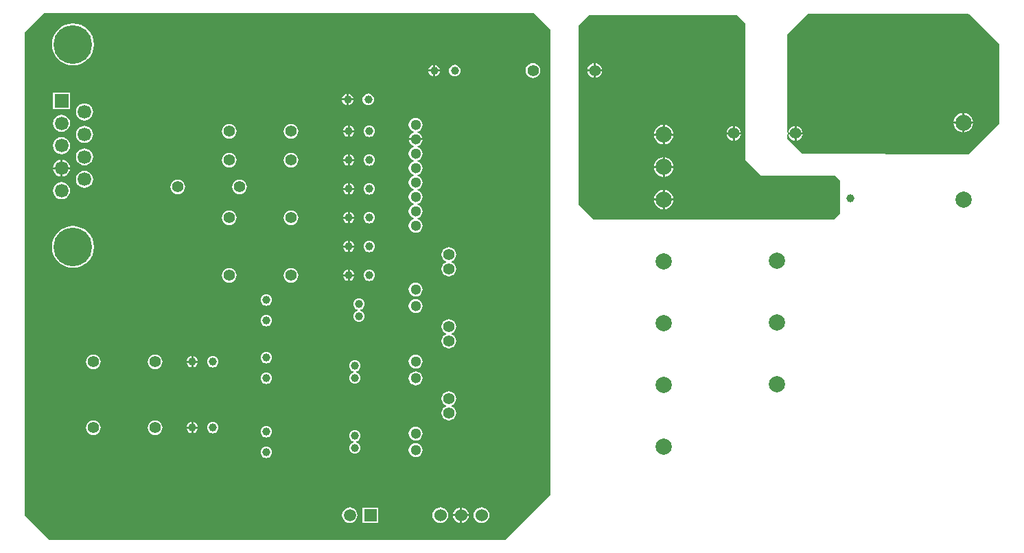
<source format=gbl>
%FSLAX44Y44*%
%MOMM*%
G71*
G01*
G75*
G04 Layer_Physical_Order=4*
G04 Layer_Color=16711680*
%ADD10C,0.2000*%
%ADD11C,0.4000*%
%ADD12C,0.3000*%
%ADD13C,1.3000*%
%ADD14C,1.4000*%
%ADD15C,2.0000*%
%ADD16C,1.6900*%
%ADD17R,1.6900X1.6900*%
%ADD18C,4.7600*%
%ADD19C,1.5240*%
%ADD20R,1.5000X1.5000*%
%ADD21C,1.5000*%
%ADD22C,1.0000*%
%ADD23C,1.0160*%
%ADD24R,1.6660X1.6660*%
%ADD25R,1.7160X1.7160*%
%ADD26O,1.6660X2.5160*%
%ADD27C,2.1060*%
%ADD28C,4.2760*%
%ADD29C,2.0160*%
%ADD30C,1.9160*%
%ADD31C,1.8660*%
%ADD32C,1.5660*%
%ADD33C,2.2160*%
%ADD34C,1.5160*%
G36*
X1422400Y1430020D02*
Y1261110D01*
X1441450Y1242060D01*
X1532890D01*
X1539240Y1235710D01*
Y1195070D01*
X1531620Y1187450D01*
X1235710D01*
X1216660Y1206500D01*
Y1427480D01*
X1229360Y1440180D01*
X1412240D01*
X1422400Y1430020D01*
D02*
G37*
G36*
X1182370Y1422400D02*
Y848360D01*
X1126490Y792480D01*
X563880D01*
X533400Y822960D01*
Y1418590D01*
X557530Y1442720D01*
X1162050D01*
X1182370Y1422400D01*
D02*
G37*
G36*
X1698040Y1441347D02*
Y1441347D01*
X1698040D01*
D01*
D01*
X1698137Y1441307D01*
X1698040Y1441347D01*
X1698040Y1441347D01*
X1698941Y1440974D01*
X1698941Y1440974D01*
X1735767Y1404148D01*
X1735767D01*
X1735949Y1403968D01*
X1736249Y1403243D01*
X1736144Y1306723D01*
X1736144D01*
Y1306723D01*
D01*
D01*
X1735771Y1305823D01*
X1735771Y1305823D01*
D01*
D01*
D01*
Y1305823D01*
X1698945Y1268997D01*
Y1268997D01*
X1698765Y1268815D01*
X1698040Y1268515D01*
X1493571Y1268620D01*
Y1268620D01*
X1493571D01*
D01*
D01*
X1492670Y1268993D01*
X1474890Y1286773D01*
Y1286773D01*
X1474725Y1286918D01*
X1474412Y1287673D01*
X1474416Y1293052D01*
X1475683Y1293134D01*
X1475552Y1294130D01*
X1475685Y1295139D01*
X1474418Y1295222D01*
X1474517Y1415943D01*
X1474517D01*
X1474452Y1416040D01*
X1474725Y1416699D01*
X1474890Y1416844D01*
Y1416844D01*
X1499016Y1440970D01*
X1498943Y1441042D01*
X1498946Y1441048D01*
X1499921Y1441452D01*
X1698040Y1441347D01*
D02*
G37*
%LPC*%
G36*
X1057070Y1153638D02*
X1054721Y1153328D01*
X1052531Y1152421D01*
X1050651Y1150979D01*
X1049209Y1149099D01*
X1048302Y1146909D01*
X1047992Y1144560D01*
X1048302Y1142210D01*
X1049209Y1140021D01*
X1050651Y1138141D01*
X1052531Y1136699D01*
X1053481Y1136305D01*
Y1135035D01*
X1052531Y1134641D01*
X1050651Y1133199D01*
X1049209Y1131319D01*
X1048302Y1129129D01*
X1047992Y1126780D01*
X1048302Y1124430D01*
X1049209Y1122241D01*
X1050651Y1120361D01*
X1052531Y1118919D01*
X1054721Y1118012D01*
X1057070Y1117702D01*
X1059419Y1118012D01*
X1061609Y1118919D01*
X1063489Y1120361D01*
X1064931Y1122241D01*
X1065838Y1124430D01*
X1066148Y1126780D01*
X1065838Y1129129D01*
X1064931Y1131319D01*
X1063489Y1133199D01*
X1061609Y1134641D01*
X1059419Y1135548D01*
X1061609Y1136699D01*
X1061609D01*
D01*
D01*
D01*
X1061609Y1136699D01*
X1063489Y1138141D01*
X1064931Y1140021D01*
X1065838Y1142210D01*
X1066148Y1144560D01*
X1065838Y1146909D01*
X1064931Y1149099D01*
X1063489Y1150979D01*
X1061609Y1152421D01*
X1059419Y1153328D01*
X1057070Y1153638D01*
D02*
G37*
G36*
X940343Y1117600D02*
X934720D01*
Y1111977D01*
X935277Y1112050D01*
X936980Y1112756D01*
X938442Y1113878D01*
X939565Y1115340D01*
X940270Y1117043D01*
X940343Y1117600D01*
D02*
G37*
G36*
X932180D02*
X926557D01*
X926630Y1117043D01*
X927336Y1115340D01*
X928458Y1113878D01*
X929920Y1112756D01*
X931623Y1112050D01*
X932180Y1111977D01*
Y1117600D01*
D02*
G37*
G36*
Y1125763D02*
X931623Y1125690D01*
X929920Y1124985D01*
X928458Y1123862D01*
X927336Y1122400D01*
X926630Y1120697D01*
X926557Y1120140D01*
X932180D01*
Y1125763D01*
D02*
G37*
G36*
X958850Y1161490D02*
X957023Y1161250D01*
X955320Y1160545D01*
X953858Y1159422D01*
X952736Y1157960D01*
X952030Y1156257D01*
X951790Y1154430D01*
X952030Y1152603D01*
X952736Y1150900D01*
X953858Y1149438D01*
X955320Y1148316D01*
X957023Y1147610D01*
X958850Y1147370D01*
X960677Y1147610D01*
X962380Y1148316D01*
X963842Y1149438D01*
X964965Y1150900D01*
X965670Y1152603D01*
X965910Y1154430D01*
X965670Y1156257D01*
X964965Y1157960D01*
X963842Y1159422D01*
X962380Y1160545D01*
X960677Y1161250D01*
X958850Y1161490D01*
D02*
G37*
G36*
X932180Y1153160D02*
X926557D01*
X926630Y1152603D01*
X927336Y1150900D01*
X928458Y1149438D01*
X929920Y1148316D01*
X931623Y1147610D01*
X932180Y1147537D01*
Y1153160D01*
D02*
G37*
G36*
X934720Y1125763D02*
Y1120140D01*
X940343D01*
X940270Y1120697D01*
X939565Y1122400D01*
X938442Y1123862D01*
X936980Y1124985D01*
X935277Y1125690D01*
X934720Y1125763D01*
D02*
G37*
G36*
X593340Y1179865D02*
X588282Y1179367D01*
X583419Y1177891D01*
X578937Y1175496D01*
X575008Y1172272D01*
X571784Y1168343D01*
X569389Y1163861D01*
X567913Y1158998D01*
X567415Y1153940D01*
X567913Y1148882D01*
X569389Y1144019D01*
X571784Y1139537D01*
X575008Y1135608D01*
X578937Y1132384D01*
X583419Y1129989D01*
X588282Y1128513D01*
X593340Y1128015D01*
X598398Y1128513D01*
X603261Y1129989D01*
X607743Y1132384D01*
X611672Y1135608D01*
X614896Y1139537D01*
X617291Y1144019D01*
X618767Y1148882D01*
X619265Y1153940D01*
X618767Y1158998D01*
X617291Y1163861D01*
X614896Y1168343D01*
X611672Y1172272D01*
X607743Y1175496D01*
X603261Y1177891D01*
X598398Y1179367D01*
X593340Y1179865D01*
D02*
G37*
G36*
X1016070Y1089543D02*
X1013851Y1089251D01*
X1011783Y1088395D01*
X1010008Y1087032D01*
X1008645Y1085257D01*
X1007789Y1083189D01*
X1007497Y1080970D01*
X1007789Y1078751D01*
X1008645Y1076683D01*
X1010008Y1074908D01*
X1011783Y1073545D01*
X1013851Y1072689D01*
X1016070Y1072397D01*
X1018289Y1072689D01*
X1020357Y1073545D01*
X1022132Y1074908D01*
X1023495Y1076683D01*
X1024351Y1078751D01*
X1024643Y1080970D01*
X1024351Y1083189D01*
X1023495Y1085257D01*
X1022132Y1087032D01*
X1020357Y1088395D01*
X1018289Y1089251D01*
X1016070Y1089543D01*
D02*
G37*
G36*
X831850Y1095450D02*
X830023Y1095210D01*
X828320Y1094504D01*
X826858Y1093382D01*
X825735Y1091920D01*
X825030Y1090217D01*
X824790Y1088390D01*
X825030Y1086563D01*
X825735Y1084860D01*
X826858Y1083398D01*
X828320Y1082275D01*
X830023Y1081570D01*
X831850Y1081330D01*
X833677Y1081570D01*
X835380Y1082275D01*
X836842Y1083398D01*
X837964Y1084860D01*
X838670Y1086563D01*
X838910Y1088390D01*
X838670Y1090217D01*
X837964Y1091920D01*
X836842Y1093382D01*
X835380Y1094504D01*
X833677Y1095210D01*
X831850Y1095450D01*
D02*
G37*
G36*
Y1070050D02*
X830023Y1069810D01*
X828320Y1069105D01*
X826858Y1067982D01*
X825735Y1066520D01*
X825030Y1064817D01*
X824790Y1062990D01*
X825030Y1061163D01*
X825735Y1059460D01*
X826858Y1057998D01*
X828320Y1056876D01*
X830023Y1056170D01*
X831850Y1055930D01*
X833677Y1056170D01*
X835380Y1056876D01*
X836842Y1057998D01*
X837964Y1059460D01*
X838670Y1061163D01*
X838910Y1062990D01*
X838670Y1064817D01*
X837964Y1066520D01*
X836842Y1067982D01*
X835380Y1069105D01*
X833677Y1069810D01*
X831850Y1070050D01*
D02*
G37*
G36*
X946150Y1090370D02*
X944323Y1090130D01*
X942620Y1089425D01*
X941158Y1088302D01*
X940035Y1086840D01*
X939330Y1085137D01*
X939090Y1083310D01*
X939330Y1081483D01*
X940035Y1079780D01*
X941158Y1078318D01*
X942620Y1077196D01*
X944323Y1076490D01*
X944666Y1076445D01*
Y1075175D01*
X944323Y1075130D01*
X942620Y1074425D01*
X941158Y1073303D01*
X940035Y1071840D01*
X939330Y1070137D01*
X939090Y1068310D01*
X939330Y1066483D01*
X940035Y1064780D01*
X941158Y1063318D01*
X942620Y1062196D01*
X944323Y1061490D01*
X946150Y1061250D01*
X947977Y1061490D01*
X949680Y1062196D01*
X951142Y1063318D01*
X952264Y1064780D01*
X952970Y1066483D01*
X953210Y1068310D01*
X952970Y1070137D01*
X952264Y1071840D01*
X951142Y1073303D01*
X949680Y1074425D01*
X947977Y1075130D01*
X947634Y1075175D01*
Y1076445D01*
X947977Y1076490D01*
X949680Y1077196D01*
X951142Y1078318D01*
X952264Y1079780D01*
X952970Y1081483D01*
X953210Y1083310D01*
X952970Y1085137D01*
X952264Y1086840D01*
X951142Y1088302D01*
X949680Y1089425D01*
X947977Y1090130D01*
X946150Y1090370D01*
D02*
G37*
G36*
X862330Y1127948D02*
X859980Y1127638D01*
X857791Y1126731D01*
X855911Y1125289D01*
X854469Y1123409D01*
X853562Y1121219D01*
X853252Y1118870D01*
X853562Y1116520D01*
X854469Y1114331D01*
X855911Y1112451D01*
X857791Y1111009D01*
X859980Y1110102D01*
X862330Y1109792D01*
X864679Y1110102D01*
X866869Y1111009D01*
X868749Y1112451D01*
X870191Y1114331D01*
X871098Y1116520D01*
X871408Y1118870D01*
X871098Y1121219D01*
X870191Y1123409D01*
X868749Y1125289D01*
X866869Y1126731D01*
X864679Y1127638D01*
X862330Y1127948D01*
D02*
G37*
G36*
X958850Y1125930D02*
X957023Y1125690D01*
X955320Y1124985D01*
X953858Y1123862D01*
X952736Y1122400D01*
X952030Y1120697D01*
X951790Y1118870D01*
X952030Y1117043D01*
X952736Y1115340D01*
X953858Y1113878D01*
X955320Y1112756D01*
X957023Y1112050D01*
X958850Y1111810D01*
X960677Y1112050D01*
X962380Y1112756D01*
X963842Y1113878D01*
X964965Y1115340D01*
X965670Y1117043D01*
X965910Y1118870D01*
X965670Y1120697D01*
X964965Y1122400D01*
X963842Y1123862D01*
X962380Y1124985D01*
X960677Y1125690D01*
X958850Y1125930D01*
D02*
G37*
G36*
X1016070Y1110043D02*
X1013851Y1109751D01*
X1011783Y1108895D01*
X1010008Y1107532D01*
X1008645Y1105757D01*
X1007789Y1103689D01*
X1007497Y1101470D01*
X1007789Y1099251D01*
X1008645Y1097183D01*
X1010008Y1095408D01*
X1011783Y1094045D01*
X1013851Y1093189D01*
X1016070Y1092897D01*
X1018289Y1093189D01*
X1020357Y1094045D01*
X1022132Y1095408D01*
X1023495Y1097183D01*
X1024351Y1099251D01*
X1024643Y1101470D01*
X1024351Y1103689D01*
X1023495Y1105757D01*
X1022132Y1107532D01*
X1020357Y1108895D01*
X1018289Y1109751D01*
X1016070Y1110043D01*
D02*
G37*
G36*
X786130Y1127948D02*
X783781Y1127638D01*
X781591Y1126731D01*
X779711Y1125289D01*
X778269Y1123409D01*
X777362Y1121219D01*
X777052Y1118870D01*
X777362Y1116520D01*
X778269Y1114331D01*
X779711Y1112451D01*
X781591Y1111009D01*
X783781Y1110102D01*
X786130Y1109792D01*
X788480Y1110102D01*
X790669Y1111009D01*
X792549Y1112451D01*
X793991Y1114331D01*
X794898Y1116520D01*
X795208Y1118870D01*
X794898Y1121219D01*
X793991Y1123409D01*
X792549Y1125289D01*
X790669Y1126731D01*
X788480Y1127638D01*
X786130Y1127948D01*
D02*
G37*
G36*
X934720Y1196883D02*
Y1191260D01*
X940343D01*
X940270Y1191817D01*
X939565Y1193520D01*
X938442Y1194982D01*
X936980Y1196105D01*
X935277Y1196810D01*
X934720Y1196883D01*
D02*
G37*
G36*
X1320800Y1211240D02*
X1310134D01*
X1310379Y1209377D01*
X1311588Y1206458D01*
X1313512Y1203951D01*
X1316018Y1202028D01*
X1318937Y1200819D01*
X1320800Y1200574D01*
Y1211240D01*
D02*
G37*
G36*
X940343Y1188720D02*
X934720D01*
Y1183097D01*
X935277Y1183170D01*
X936980Y1183876D01*
X938442Y1184998D01*
X939565Y1186460D01*
X940270Y1188163D01*
X940343Y1188720D01*
D02*
G37*
G36*
X932180Y1196883D02*
X931623Y1196810D01*
X929920Y1196105D01*
X928458Y1194982D01*
X927336Y1193520D01*
X926630Y1191817D01*
X926557Y1191260D01*
X932180D01*
Y1196883D01*
D02*
G37*
G36*
X1320800Y1224446D02*
X1318937Y1224201D01*
X1316018Y1222992D01*
X1313512Y1221068D01*
X1311588Y1218562D01*
X1310379Y1215643D01*
X1310134Y1213780D01*
X1320800D01*
Y1224446D01*
D02*
G37*
G36*
X1323340D02*
Y1213780D01*
X1334006D01*
X1333761Y1215643D01*
X1332552Y1218562D01*
X1330629Y1221068D01*
X1328122Y1222992D01*
X1325203Y1224201D01*
X1323340Y1224446D01*
D02*
G37*
G36*
X1334006Y1211240D02*
X1323340D01*
Y1200574D01*
X1325203Y1200819D01*
X1328122Y1202028D01*
X1330629Y1203951D01*
X1332552Y1206458D01*
X1333761Y1209377D01*
X1334006Y1211240D01*
D02*
G37*
G36*
X579140Y1234030D02*
X576412Y1233671D01*
X573870Y1232618D01*
X571687Y1230943D01*
X570012Y1228760D01*
X568959Y1226218D01*
X568600Y1223490D01*
X568959Y1220762D01*
X570012Y1218220D01*
X571687Y1216037D01*
X573870Y1214362D01*
X576412Y1213309D01*
X579140Y1212950D01*
X581868Y1213309D01*
X584410Y1214362D01*
X586593Y1216037D01*
X588268Y1218220D01*
X589321Y1220762D01*
X589680Y1223490D01*
X589321Y1226218D01*
X588268Y1228760D01*
X586593Y1230943D01*
X584410Y1232618D01*
X581868Y1233671D01*
X579140Y1234030D01*
D02*
G37*
G36*
X934720Y1161323D02*
Y1155700D01*
X940343D01*
X940270Y1156257D01*
X939565Y1157960D01*
X938442Y1159422D01*
X936980Y1160545D01*
X935277Y1161250D01*
X934720Y1161323D01*
D02*
G37*
G36*
X1024476Y1285530D02*
X1007664D01*
X1007789Y1284581D01*
X1008645Y1282513D01*
X1010008Y1280738D01*
X1011783Y1279375D01*
X1013788Y1278545D01*
Y1277275D01*
X1011783Y1276445D01*
X1010008Y1275082D01*
X1008645Y1273307D01*
X1007789Y1271239D01*
X1007497Y1269020D01*
X1007789Y1266801D01*
X1008645Y1264733D01*
X1010008Y1262958D01*
X1011783Y1261595D01*
X1013788Y1260765D01*
Y1259495D01*
X1011783Y1258665D01*
X1010008Y1257302D01*
X1008645Y1255527D01*
X1007789Y1253459D01*
X1007497Y1251240D01*
X1007789Y1249021D01*
X1008645Y1246953D01*
X1010008Y1245178D01*
X1011783Y1243815D01*
X1013788Y1242985D01*
Y1241715D01*
X1011783Y1240885D01*
X1010008Y1239522D01*
X1008645Y1237747D01*
X1007789Y1235679D01*
X1007497Y1233460D01*
X1007789Y1231241D01*
X1008645Y1229173D01*
X1010008Y1227398D01*
X1011783Y1226035D01*
X1013788Y1225205D01*
Y1223935D01*
X1011783Y1223105D01*
X1010008Y1221742D01*
X1008645Y1219967D01*
X1007789Y1217899D01*
X1007497Y1215680D01*
X1007789Y1213461D01*
X1008645Y1211393D01*
X1010008Y1209618D01*
X1011783Y1208255D01*
X1013788Y1207425D01*
Y1206155D01*
X1011783Y1205325D01*
X1010008Y1203962D01*
X1008645Y1202187D01*
X1007789Y1200119D01*
X1007497Y1197900D01*
X1007789Y1195681D01*
X1008645Y1193613D01*
X1010008Y1191838D01*
X1011783Y1190475D01*
X1013800Y1189640D01*
Y1188370D01*
X1011783Y1187535D01*
X1010008Y1186172D01*
X1008645Y1184397D01*
X1007789Y1182329D01*
X1007497Y1180110D01*
X1007789Y1177891D01*
X1008645Y1175823D01*
X1010008Y1174048D01*
X1011783Y1172685D01*
X1013851Y1171829D01*
X1016070Y1171537D01*
X1018289Y1171829D01*
X1020357Y1172685D01*
X1022132Y1174048D01*
X1023495Y1175823D01*
X1024351Y1177891D01*
X1024643Y1180110D01*
X1024351Y1182329D01*
X1023495Y1184397D01*
X1022132Y1186172D01*
X1020357Y1187535D01*
X1018340Y1188370D01*
Y1189640D01*
X1020357Y1190475D01*
X1022132Y1191838D01*
X1023495Y1193613D01*
X1024351Y1195681D01*
X1024643Y1197900D01*
X1024351Y1200119D01*
X1023495Y1202187D01*
X1022132Y1203962D01*
X1020357Y1205325D01*
X1018352Y1206155D01*
Y1207425D01*
X1020357Y1208255D01*
X1022132Y1209618D01*
X1023495Y1211393D01*
X1024351Y1213461D01*
X1024643Y1215680D01*
X1024351Y1217899D01*
X1023495Y1219967D01*
X1022132Y1221742D01*
X1020357Y1223105D01*
X1018352Y1223935D01*
Y1225205D01*
X1020357Y1226035D01*
X1022132Y1227398D01*
X1023495Y1229173D01*
X1024351Y1231241D01*
X1024643Y1233460D01*
X1024351Y1235679D01*
X1023495Y1237747D01*
X1022132Y1239522D01*
X1020357Y1240885D01*
X1018352Y1241715D01*
Y1242985D01*
X1020357Y1243815D01*
X1022132Y1245178D01*
X1023495Y1246953D01*
X1024351Y1249021D01*
X1024643Y1251240D01*
X1024351Y1253459D01*
X1023495Y1255527D01*
X1022132Y1257302D01*
X1020357Y1258665D01*
X1018352Y1259495D01*
Y1260765D01*
X1020357Y1261595D01*
X1022132Y1262958D01*
X1023495Y1264733D01*
X1024351Y1266801D01*
X1024643Y1269020D01*
X1024351Y1271239D01*
X1023495Y1273307D01*
X1022132Y1275082D01*
X1020357Y1276445D01*
X1018352Y1277275D01*
Y1278545D01*
X1020357Y1279375D01*
X1022132Y1280738D01*
X1023495Y1282513D01*
X1024351Y1284581D01*
X1024476Y1285530D01*
D02*
G37*
G36*
X940343Y1153160D02*
X934720D01*
Y1147537D01*
X935277Y1147610D01*
X936980Y1148316D01*
X938442Y1149438D01*
X939565Y1150900D01*
X940270Y1152603D01*
X940343Y1153160D01*
D02*
G37*
G36*
X932180Y1161323D02*
X931623Y1161250D01*
X929920Y1160545D01*
X928458Y1159422D01*
X927336Y1157960D01*
X926630Y1156257D01*
X926557Y1155700D01*
X932180D01*
Y1161323D01*
D02*
G37*
G36*
X958850Y1197050D02*
X957023Y1196810D01*
X955320Y1196105D01*
X953858Y1194982D01*
X952736Y1193520D01*
X952030Y1191817D01*
X951790Y1189990D01*
X952030Y1188163D01*
X952736Y1186460D01*
X953858Y1184998D01*
X955320Y1183876D01*
X957023Y1183170D01*
X958850Y1182930D01*
X960677Y1183170D01*
X962380Y1183876D01*
X963842Y1184998D01*
X964965Y1186460D01*
X965670Y1188163D01*
X965910Y1189990D01*
X965670Y1191817D01*
X964965Y1193520D01*
X963842Y1194982D01*
X962380Y1196105D01*
X960677Y1196810D01*
X958850Y1197050D01*
D02*
G37*
G36*
X932180Y1188720D02*
X926557D01*
X926630Y1188163D01*
X927336Y1186460D01*
X928458Y1184998D01*
X929920Y1183876D01*
X931623Y1183170D01*
X932180Y1183097D01*
Y1188720D01*
D02*
G37*
G36*
X786130Y1199068D02*
X783781Y1198758D01*
X781591Y1197851D01*
X779711Y1196409D01*
X778269Y1194529D01*
X777362Y1192339D01*
X777052Y1189990D01*
X777362Y1187641D01*
X778269Y1185451D01*
X779711Y1183571D01*
X781591Y1182129D01*
X783781Y1181222D01*
X786130Y1180912D01*
X788480Y1181222D01*
X790669Y1182129D01*
X792549Y1183571D01*
X793991Y1185451D01*
X794898Y1187641D01*
X795208Y1189990D01*
X794898Y1192339D01*
X793991Y1194529D01*
X792549Y1196409D01*
X790669Y1197851D01*
X788480Y1198758D01*
X786130Y1199068D01*
D02*
G37*
G36*
X862330D02*
X859980Y1198758D01*
X857791Y1197851D01*
X855911Y1196409D01*
X854469Y1194529D01*
X853562Y1192339D01*
X853252Y1189990D01*
X853562Y1187641D01*
X854469Y1185451D01*
X855911Y1183571D01*
X857791Y1182129D01*
X859980Y1181222D01*
X862330Y1180912D01*
X864679Y1181222D01*
X866869Y1182129D01*
X868749Y1183571D01*
X870191Y1185451D01*
X871098Y1187641D01*
X871408Y1189990D01*
X871098Y1192339D01*
X870191Y1194529D01*
X868749Y1196409D01*
X866869Y1197851D01*
X864679Y1198758D01*
X862330Y1199068D01*
D02*
G37*
G36*
X1057070Y1064738D02*
X1054721Y1064428D01*
X1052531Y1063521D01*
X1050651Y1062079D01*
X1049209Y1060199D01*
X1048302Y1058009D01*
X1047992Y1055660D01*
X1048302Y1053310D01*
X1049209Y1051121D01*
X1050651Y1049241D01*
X1052531Y1047798D01*
X1053481Y1047405D01*
Y1046135D01*
X1052531Y1045741D01*
X1050651Y1044299D01*
X1049209Y1042419D01*
X1048302Y1040229D01*
X1047992Y1037880D01*
X1048302Y1035530D01*
X1049209Y1033341D01*
X1050651Y1031461D01*
X1052531Y1030018D01*
X1054721Y1029112D01*
X1057070Y1028802D01*
X1059419Y1029112D01*
X1061609Y1030018D01*
X1063489Y1031461D01*
X1064931Y1033341D01*
X1065838Y1035530D01*
X1066148Y1037880D01*
X1065838Y1040229D01*
X1064931Y1042419D01*
X1063489Y1044299D01*
X1061609Y1045741D01*
X1059419Y1046648D01*
X1061609Y1047798D01*
X1061609D01*
D01*
D01*
D01*
X1061609Y1047799D01*
X1063489Y1049241D01*
X1064931Y1051121D01*
X1065838Y1053310D01*
X1066148Y1055660D01*
X1065838Y1058009D01*
X1064931Y1060199D01*
X1063489Y1062079D01*
X1061609Y1063521D01*
X1059419Y1064428D01*
X1057070Y1064738D01*
D02*
G37*
G36*
X941070Y927810D02*
X939243Y927570D01*
X937540Y926864D01*
X936078Y925742D01*
X934956Y924280D01*
X934250Y922577D01*
X934010Y920750D01*
X934250Y918923D01*
X934956Y917220D01*
X936078Y915758D01*
X937540Y914635D01*
X939243Y913930D01*
X939586Y913885D01*
Y912615D01*
X939243Y912570D01*
X937540Y911864D01*
X936078Y910742D01*
X934956Y909280D01*
X934250Y907577D01*
X934010Y905750D01*
X934250Y903923D01*
X934956Y902220D01*
X936078Y900758D01*
X937540Y899635D01*
X939243Y898930D01*
X941070Y898690D01*
X942897Y898930D01*
X944600Y899635D01*
X946062Y900758D01*
X947185Y902220D01*
X947890Y903923D01*
X948130Y905750D01*
X947890Y907577D01*
X947185Y909280D01*
X946062Y910742D01*
X944600Y911864D01*
X942897Y912570D01*
X942554Y912615D01*
Y913885D01*
X942897Y913930D01*
X944600Y914635D01*
X946062Y915758D01*
X947185Y917220D01*
X947890Y918923D01*
X948130Y920750D01*
X947890Y922577D01*
X947185Y924280D01*
X946062Y925742D01*
X944600Y926864D01*
X942897Y927570D01*
X941070Y927810D01*
D02*
G37*
G36*
X1016070Y932243D02*
X1013851Y931951D01*
X1011783Y931095D01*
X1010008Y929732D01*
X1008645Y927957D01*
X1007789Y925889D01*
X1007497Y923670D01*
X1007789Y921451D01*
X1008645Y919383D01*
X1010008Y917608D01*
X1011783Y916245D01*
X1013851Y915389D01*
X1016070Y915097D01*
X1018289Y915389D01*
X1020357Y916245D01*
X1022132Y917608D01*
X1023495Y919383D01*
X1024351Y921451D01*
X1024643Y923670D01*
X1024351Y925889D01*
X1023495Y927957D01*
X1022132Y929732D01*
X1020357Y931095D01*
X1018289Y931951D01*
X1016070Y932243D01*
D02*
G37*
G36*
X831850Y907490D02*
X830023Y907250D01*
X828320Y906544D01*
X826858Y905422D01*
X825735Y903960D01*
X825030Y902257D01*
X824790Y900430D01*
X825030Y898603D01*
X825735Y896900D01*
X826858Y895438D01*
X828320Y894315D01*
X830023Y893610D01*
X831850Y893370D01*
X833677Y893610D01*
X835380Y894315D01*
X836842Y895438D01*
X837964Y896900D01*
X838670Y898603D01*
X838910Y900430D01*
X838670Y902257D01*
X837964Y903960D01*
X836842Y905422D01*
X835380Y906544D01*
X833677Y907250D01*
X831850Y907490D01*
D02*
G37*
G36*
X1016070Y911743D02*
X1013851Y911451D01*
X1011783Y910595D01*
X1010008Y909232D01*
X1008645Y907457D01*
X1007789Y905389D01*
X1007497Y903170D01*
X1007789Y900951D01*
X1008645Y898883D01*
X1010008Y897108D01*
X1011783Y895745D01*
X1013851Y894889D01*
X1016070Y894597D01*
X1018289Y894889D01*
X1020357Y895745D01*
X1022132Y897108D01*
X1023495Y898883D01*
X1024351Y900951D01*
X1024643Y903170D01*
X1024351Y905389D01*
X1023495Y907457D01*
X1022132Y909232D01*
X1020357Y910595D01*
X1018289Y911451D01*
X1016070Y911743D01*
D02*
G37*
G36*
X694690Y939988D02*
X692340Y939678D01*
X690151Y938772D01*
X688271Y937329D01*
X686829Y935449D01*
X685922Y933260D01*
X685612Y930910D01*
X685922Y928560D01*
X686829Y926371D01*
X688271Y924491D01*
X690151Y923048D01*
X692340Y922142D01*
X694690Y921832D01*
X697039Y922142D01*
X699229Y923048D01*
X701109Y924491D01*
X702551Y926371D01*
X703458Y928560D01*
X703768Y930910D01*
X703458Y933260D01*
X702551Y935449D01*
X701109Y937329D01*
X699229Y938772D01*
X697039Y939678D01*
X694690Y939988D01*
D02*
G37*
G36*
X765810Y937970D02*
X763983Y937730D01*
X762280Y937025D01*
X760818Y935902D01*
X759696Y934440D01*
X758990Y932737D01*
X758750Y930910D01*
X758990Y929083D01*
X759696Y927380D01*
X760818Y925918D01*
X762280Y924796D01*
X763983Y924090D01*
X765810Y923850D01*
X767637Y924090D01*
X769340Y924796D01*
X770802Y925918D01*
X771925Y927380D01*
X772630Y929083D01*
X772870Y930910D01*
X772630Y932737D01*
X771925Y934440D01*
X770802Y935902D01*
X769340Y937025D01*
X767637Y937730D01*
X765810Y937970D01*
D02*
G37*
G36*
X831850Y932890D02*
X830023Y932650D01*
X828320Y931945D01*
X826858Y930822D01*
X825735Y929360D01*
X825030Y927657D01*
X824790Y925830D01*
X825030Y924003D01*
X825735Y922300D01*
X826858Y920838D01*
X828320Y919715D01*
X830023Y919010D01*
X831850Y918770D01*
X833677Y919010D01*
X835380Y919715D01*
X836842Y920838D01*
X837964Y922300D01*
X838670Y924003D01*
X838910Y925830D01*
X838670Y927657D01*
X837964Y929360D01*
X836842Y930822D01*
X835380Y931945D01*
X833677Y932650D01*
X831850Y932890D01*
D02*
G37*
G36*
X618490Y939988D02*
X616141Y939678D01*
X613951Y938772D01*
X612071Y937329D01*
X610629Y935449D01*
X609722Y933260D01*
X609412Y930910D01*
X609722Y928560D01*
X610629Y926371D01*
X612071Y924491D01*
X613951Y923048D01*
X616141Y922142D01*
X618490Y921832D01*
X620840Y922142D01*
X623029Y923048D01*
X624909Y924491D01*
X626352Y926371D01*
X627258Y928560D01*
X627568Y930910D01*
X627258Y933260D01*
X626352Y935449D01*
X624909Y937329D01*
X623029Y938772D01*
X620840Y939678D01*
X618490Y939988D01*
D02*
G37*
G36*
X934720Y832542D02*
X932240Y832215D01*
X929929Y831258D01*
X927944Y829735D01*
X926422Y827751D01*
X925464Y825440D01*
X925138Y822960D01*
X925464Y820480D01*
X926422Y818169D01*
X927944Y816184D01*
X929929Y814662D01*
X932240Y813705D01*
X934720Y813378D01*
X937200Y813705D01*
X939511Y814662D01*
X941495Y816184D01*
X943018Y818169D01*
X943976Y820480D01*
X944302Y822960D01*
X943976Y825440D01*
X943018Y827751D01*
X941495Y829735D01*
X939511Y831258D01*
X937200Y832215D01*
X934720Y832542D01*
D02*
G37*
G36*
X1070610Y821690D02*
X1062344D01*
X1062508Y820449D01*
X1063477Y818109D01*
X1065019Y816099D01*
X1067029Y814557D01*
X1069369Y813588D01*
X1070610Y813424D01*
Y821690D01*
D02*
G37*
G36*
X1046480Y832663D02*
X1043969Y832332D01*
X1041628Y831363D01*
X1039619Y829821D01*
X1038077Y827812D01*
X1037108Y825471D01*
X1036777Y822960D01*
X1037108Y820449D01*
X1038077Y818109D01*
X1039619Y816099D01*
X1041628Y814557D01*
X1043969Y813588D01*
X1046480Y813257D01*
X1048991Y813588D01*
X1051331Y814557D01*
X1053341Y816099D01*
X1054883Y818109D01*
X1055852Y820449D01*
X1056183Y822960D01*
X1055852Y825471D01*
X1054883Y827812D01*
X1053341Y829821D01*
X1051331Y831363D01*
X1048991Y832332D01*
X1046480Y832663D01*
D02*
G37*
G36*
X1097280D02*
X1094769Y832332D01*
X1092429Y831363D01*
X1090419Y829821D01*
X1088877Y827812D01*
X1087908Y825471D01*
X1087577Y822960D01*
X1087908Y820449D01*
X1088877Y818109D01*
X1090419Y816099D01*
X1092429Y814557D01*
X1094769Y813588D01*
X1097280Y813257D01*
X1099791Y813588D01*
X1102132Y814557D01*
X1104141Y816099D01*
X1105683Y818109D01*
X1106652Y820449D01*
X1106983Y822960D01*
X1106652Y825471D01*
X1105683Y827812D01*
X1104141Y829821D01*
X1102132Y831363D01*
X1099791Y832332D01*
X1097280Y832663D01*
D02*
G37*
G36*
X1070610Y832496D02*
X1069369Y832332D01*
X1067029Y831363D01*
X1065019Y829821D01*
X1063477Y827812D01*
X1062508Y825471D01*
X1062344Y824230D01*
X1070610D01*
Y832496D01*
D02*
G37*
G36*
X1073150D02*
Y824230D01*
X1081416D01*
X1081252Y825471D01*
X1080283Y827812D01*
X1078741Y829821D01*
X1076731Y831363D01*
X1074391Y832332D01*
X1073150Y832496D01*
D02*
G37*
G36*
X1081416Y821690D02*
X1073150D01*
Y813424D01*
X1074391Y813588D01*
X1076731Y814557D01*
X1078741Y816099D01*
X1080283Y818109D01*
X1081252Y820449D01*
X1081416Y821690D01*
D02*
G37*
G36*
X969620Y832460D02*
X950620D01*
Y813460D01*
X969620D01*
Y832460D01*
D02*
G37*
G36*
X739140Y929640D02*
X733517D01*
X733590Y929083D01*
X734296Y927380D01*
X735418Y925918D01*
X736880Y924796D01*
X738583Y924090D01*
X739140Y924017D01*
Y929640D01*
D02*
G37*
G36*
X765810Y1019250D02*
X763983Y1019010D01*
X762280Y1018305D01*
X760818Y1017182D01*
X759696Y1015720D01*
X758990Y1014017D01*
X758750Y1012190D01*
X758990Y1010363D01*
X759696Y1008660D01*
X760818Y1007198D01*
X762280Y1006076D01*
X763983Y1005370D01*
X765810Y1005130D01*
X767637Y1005370D01*
X769340Y1006076D01*
X770802Y1007198D01*
X771925Y1008660D01*
X772630Y1010363D01*
X772870Y1012190D01*
X772630Y1014017D01*
X771925Y1015720D01*
X770802Y1017182D01*
X769340Y1018305D01*
X767637Y1019010D01*
X765810Y1019250D01*
D02*
G37*
G36*
X739140Y1010920D02*
X733517D01*
X733590Y1010363D01*
X734296Y1008660D01*
X735418Y1007198D01*
X736880Y1006076D01*
X738583Y1005370D01*
X739140Y1005297D01*
Y1010920D01*
D02*
G37*
G36*
X694690Y1021268D02*
X692340Y1020958D01*
X690151Y1020051D01*
X688271Y1018609D01*
X686829Y1016729D01*
X685922Y1014539D01*
X685612Y1012190D01*
X685922Y1009840D01*
X686829Y1007651D01*
X688271Y1005771D01*
X690151Y1004329D01*
X692340Y1003422D01*
X694690Y1003112D01*
X697039Y1003422D01*
X699229Y1004329D01*
X701109Y1005771D01*
X702551Y1007651D01*
X703458Y1009840D01*
X703768Y1012190D01*
X703458Y1014539D01*
X702551Y1016729D01*
X701109Y1018609D01*
X699229Y1020051D01*
X697039Y1020958D01*
X694690Y1021268D01*
D02*
G37*
G36*
X1016070Y1021143D02*
X1013851Y1020851D01*
X1011783Y1019995D01*
X1010008Y1018632D01*
X1008645Y1016857D01*
X1007789Y1014789D01*
X1007497Y1012570D01*
X1007789Y1010351D01*
X1008645Y1008283D01*
X1010008Y1006508D01*
X1011783Y1005145D01*
X1013851Y1004289D01*
X1016070Y1003997D01*
X1018289Y1004289D01*
X1020357Y1005145D01*
X1022132Y1006508D01*
X1023495Y1008283D01*
X1024351Y1010351D01*
X1024643Y1012570D01*
X1024351Y1014789D01*
X1023495Y1016857D01*
X1022132Y1018632D01*
X1020357Y1019995D01*
X1018289Y1020851D01*
X1016070Y1021143D01*
D02*
G37*
G36*
X739140Y1019083D02*
X738583Y1019010D01*
X736880Y1018305D01*
X735418Y1017182D01*
X734296Y1015720D01*
X733590Y1014017D01*
X733517Y1013460D01*
X739140D01*
Y1019083D01*
D02*
G37*
G36*
X741680D02*
Y1013460D01*
X747303D01*
X747230Y1014017D01*
X746525Y1015720D01*
X745402Y1017182D01*
X743940Y1018305D01*
X742237Y1019010D01*
X741680Y1019083D01*
D02*
G37*
G36*
X747303Y1010920D02*
X741680D01*
Y1005297D01*
X742237Y1005370D01*
X743940Y1006076D01*
X745402Y1007198D01*
X746525Y1008660D01*
X747230Y1010363D01*
X747303Y1010920D01*
D02*
G37*
G36*
X831850Y1024330D02*
X830023Y1024090D01*
X828320Y1023384D01*
X826858Y1022262D01*
X825735Y1020800D01*
X825030Y1019097D01*
X824790Y1017270D01*
X825030Y1015443D01*
X825735Y1013740D01*
X826858Y1012278D01*
X828320Y1011155D01*
X830023Y1010450D01*
X831850Y1010210D01*
X833677Y1010450D01*
X835380Y1011155D01*
X836842Y1012278D01*
X837964Y1013740D01*
X838670Y1015443D01*
X838910Y1017270D01*
X838670Y1019097D01*
X837964Y1020800D01*
X836842Y1022262D01*
X835380Y1023384D01*
X833677Y1024090D01*
X831850Y1024330D01*
D02*
G37*
G36*
X741680Y937803D02*
Y932180D01*
X747303D01*
X747230Y932737D01*
X746525Y934440D01*
X745402Y935902D01*
X743940Y937025D01*
X742237Y937730D01*
X741680Y937803D01*
D02*
G37*
G36*
X1057070Y975838D02*
X1054721Y975528D01*
X1052531Y974621D01*
X1050651Y973179D01*
X1049209Y971299D01*
X1048302Y969109D01*
X1047992Y966760D01*
X1048302Y964410D01*
X1049209Y962221D01*
X1050651Y960341D01*
X1052531Y958898D01*
X1053481Y958505D01*
Y957235D01*
X1052531Y956841D01*
X1050651Y955399D01*
X1049209Y953519D01*
X1048302Y951329D01*
X1047992Y948980D01*
X1048302Y946630D01*
X1049209Y944441D01*
X1050651Y942561D01*
X1052531Y941118D01*
X1054721Y940212D01*
X1057070Y939902D01*
X1059419Y940212D01*
X1061609Y941118D01*
X1063489Y942561D01*
X1064931Y944441D01*
X1065838Y946630D01*
X1066148Y948980D01*
X1065838Y951329D01*
X1064931Y953519D01*
X1063489Y955399D01*
X1061609Y956841D01*
X1059419Y957748D01*
X1061609Y958898D01*
X1061609D01*
D01*
D01*
D01*
X1061609Y958899D01*
X1063489Y960341D01*
X1064931Y962221D01*
X1065838Y964410D01*
X1066148Y966760D01*
X1065838Y969109D01*
X1064931Y971299D01*
X1063489Y973179D01*
X1061609Y974621D01*
X1059419Y975528D01*
X1057070Y975838D01*
D02*
G37*
G36*
X747303Y929640D02*
X741680D01*
Y924017D01*
X742237Y924090D01*
X743940Y924796D01*
X745402Y925918D01*
X746525Y927380D01*
X747230Y929083D01*
X747303Y929640D01*
D02*
G37*
G36*
X739140Y937803D02*
X738583Y937730D01*
X736880Y937025D01*
X735418Y935902D01*
X734296Y934440D01*
X733590Y932737D01*
X733517Y932180D01*
X739140D01*
Y937803D01*
D02*
G37*
G36*
X941070Y1014170D02*
X939243Y1013930D01*
X937540Y1013224D01*
X936078Y1012102D01*
X934956Y1010640D01*
X934250Y1008937D01*
X934010Y1007110D01*
X934250Y1005283D01*
X934956Y1003580D01*
X936078Y1002118D01*
X937540Y1000995D01*
X939243Y1000290D01*
X939586Y1000245D01*
Y998975D01*
X939243Y998930D01*
X937540Y998224D01*
X936078Y997103D01*
X934956Y995640D01*
X934250Y993937D01*
X934010Y992110D01*
X934250Y990283D01*
X934956Y988580D01*
X936078Y987118D01*
X937540Y985995D01*
X939243Y985290D01*
X941070Y985050D01*
X942897Y985290D01*
X944600Y985995D01*
X946062Y987118D01*
X947185Y988580D01*
X947890Y990283D01*
X948130Y992110D01*
X947890Y993937D01*
X947185Y995640D01*
X946062Y997103D01*
X944600Y998224D01*
X942897Y998930D01*
X942554Y998975D01*
Y1000245D01*
X942897Y1000290D01*
X944600Y1000995D01*
X946062Y1002118D01*
X947185Y1003580D01*
X947890Y1005283D01*
X948130Y1007110D01*
X947890Y1008937D01*
X947185Y1010640D01*
X946062Y1012102D01*
X944600Y1013224D01*
X942897Y1013930D01*
X941070Y1014170D01*
D02*
G37*
G36*
X618490Y1021268D02*
X616141Y1020958D01*
X613951Y1020051D01*
X612071Y1018609D01*
X610629Y1016729D01*
X609722Y1014539D01*
X609412Y1012190D01*
X609722Y1009840D01*
X610629Y1007651D01*
X612071Y1005771D01*
X613951Y1004329D01*
X616141Y1003422D01*
X618490Y1003112D01*
X620840Y1003422D01*
X623029Y1004329D01*
X624909Y1005771D01*
X626352Y1007651D01*
X627258Y1009840D01*
X627568Y1012190D01*
X627258Y1014539D01*
X626352Y1016729D01*
X624909Y1018609D01*
X623029Y1020051D01*
X620840Y1020958D01*
X618490Y1021268D01*
D02*
G37*
G36*
X1016070Y1000373D02*
X1013851Y1000081D01*
X1011783Y999225D01*
X1010008Y997862D01*
X1008645Y996087D01*
X1007789Y994019D01*
X1007497Y991800D01*
X1007789Y989581D01*
X1008645Y987513D01*
X1010008Y985738D01*
X1011783Y984375D01*
X1013851Y983519D01*
X1016070Y983227D01*
X1018289Y983519D01*
X1020357Y984375D01*
X1022132Y985738D01*
X1023495Y987513D01*
X1024351Y989581D01*
X1024643Y991800D01*
X1024351Y994019D01*
X1023495Y996087D01*
X1022132Y997862D01*
X1020357Y999225D01*
X1018289Y1000081D01*
X1016070Y1000373D01*
D02*
G37*
G36*
X831850Y998930D02*
X830023Y998690D01*
X828320Y997984D01*
X826858Y996862D01*
X825735Y995400D01*
X825030Y993697D01*
X824790Y991870D01*
X825030Y990043D01*
X825735Y988340D01*
X826858Y986878D01*
X828320Y985755D01*
X830023Y985050D01*
X831850Y984810D01*
X833677Y985050D01*
X835380Y985755D01*
X836842Y986878D01*
X837964Y988340D01*
X838670Y990043D01*
X838910Y991870D01*
X838670Y993697D01*
X837964Y995400D01*
X836842Y996862D01*
X835380Y997984D01*
X833677Y998690D01*
X831850Y998930D01*
D02*
G37*
G36*
X958850Y1232610D02*
X957023Y1232370D01*
X955320Y1231665D01*
X953858Y1230542D01*
X952736Y1229080D01*
X952030Y1227377D01*
X951790Y1225550D01*
X952030Y1223723D01*
X952736Y1222020D01*
X953858Y1220558D01*
X955320Y1219436D01*
X957023Y1218730D01*
X958850Y1218490D01*
X960677Y1218730D01*
X962380Y1219436D01*
X963842Y1220558D01*
X964965Y1222020D01*
X965670Y1223723D01*
X965910Y1225550D01*
X965670Y1227377D01*
X964965Y1229080D01*
X963842Y1230542D01*
X962380Y1231665D01*
X960677Y1232370D01*
X958850Y1232610D01*
D02*
G37*
G36*
X579140Y1317130D02*
X576412Y1316771D01*
X573870Y1315718D01*
X571687Y1314043D01*
X570012Y1311860D01*
X568959Y1309318D01*
X568600Y1306590D01*
X568959Y1303862D01*
X570012Y1301320D01*
X571687Y1299137D01*
X573870Y1297462D01*
X576412Y1296409D01*
X579140Y1296050D01*
X581868Y1296409D01*
X584410Y1297462D01*
X586593Y1299137D01*
X588268Y1301320D01*
X589321Y1303862D01*
X589680Y1306590D01*
X589321Y1309318D01*
X588268Y1311860D01*
X586593Y1314043D01*
X584410Y1315718D01*
X581868Y1316771D01*
X579140Y1317130D01*
D02*
G37*
G36*
X932180Y1303563D02*
X931623Y1303490D01*
X929920Y1302784D01*
X928458Y1301662D01*
X927336Y1300200D01*
X926630Y1298497D01*
X926557Y1297940D01*
X932180D01*
Y1303563D01*
D02*
G37*
G36*
X1690370Y1306070D02*
X1679704D01*
X1679949Y1304207D01*
X1681158Y1301288D01*
X1683082Y1298781D01*
X1685588Y1296858D01*
X1688507Y1295649D01*
X1690370Y1295404D01*
Y1306070D01*
D02*
G37*
G36*
X1703576D02*
X1692910D01*
Y1295404D01*
X1694773Y1295649D01*
X1697692Y1296858D01*
X1700199Y1298781D01*
X1702122Y1301288D01*
X1703331Y1304207D01*
X1703576Y1306070D01*
D02*
G37*
G36*
X1692910Y1319276D02*
Y1308610D01*
X1703576D01*
X1703331Y1310473D01*
X1702122Y1313392D01*
X1700199Y1315898D01*
X1697692Y1317822D01*
X1694773Y1319031D01*
X1692910Y1319276D01*
D02*
G37*
G36*
X607540Y1330980D02*
X604812Y1330621D01*
X602270Y1329568D01*
X600087Y1327893D01*
X598412Y1325710D01*
X597359Y1323168D01*
X597000Y1320440D01*
X597359Y1317712D01*
X598412Y1315170D01*
X600087Y1312987D01*
X602270Y1311312D01*
X604812Y1310259D01*
X607540Y1309900D01*
X610268Y1310259D01*
X612810Y1311312D01*
X614993Y1312987D01*
X616668Y1315170D01*
X617721Y1317712D01*
X618080Y1320440D01*
X617721Y1323168D01*
X616668Y1325710D01*
X614993Y1327893D01*
X612810Y1329568D01*
X610268Y1330621D01*
X607540Y1330980D01*
D02*
G37*
G36*
X934720Y1303563D02*
Y1297940D01*
X940343D01*
X940270Y1298497D01*
X939565Y1300200D01*
X938442Y1301662D01*
X936980Y1302784D01*
X935277Y1303490D01*
X934720Y1303563D01*
D02*
G37*
G36*
X1690370Y1319276D02*
X1688507Y1319031D01*
X1685588Y1317822D01*
X1683082Y1315898D01*
X1681158Y1313392D01*
X1679949Y1310473D01*
X1679704Y1308610D01*
X1690370D01*
Y1319276D01*
D02*
G37*
G36*
X1485900Y1303040D02*
Y1295400D01*
X1493540D01*
X1493398Y1296479D01*
X1492491Y1298669D01*
X1491049Y1300549D01*
X1489169Y1301991D01*
X1486980Y1302898D01*
X1485900Y1303040D01*
D02*
G37*
G36*
X940343Y1295400D02*
X934720D01*
Y1289777D01*
X935277Y1289850D01*
X936980Y1290556D01*
X938442Y1291678D01*
X939565Y1293140D01*
X940270Y1294843D01*
X940343Y1295400D01*
D02*
G37*
G36*
X1320800Y1304446D02*
X1318937Y1304201D01*
X1316018Y1302992D01*
X1313512Y1301069D01*
X1311588Y1298562D01*
X1310379Y1295643D01*
X1310134Y1293780D01*
X1320800D01*
Y1304446D01*
D02*
G37*
G36*
X958850Y1303730D02*
X957023Y1303490D01*
X955320Y1302784D01*
X953858Y1301662D01*
X952736Y1300200D01*
X952030Y1298497D01*
X951790Y1296670D01*
X952030Y1294843D01*
X952736Y1293140D01*
X953858Y1291678D01*
X955320Y1290556D01*
X957023Y1289850D01*
X958850Y1289610D01*
X960677Y1289850D01*
X962380Y1290556D01*
X963842Y1291678D01*
X964965Y1293140D01*
X965670Y1294843D01*
X965910Y1296670D01*
X965670Y1298497D01*
X964965Y1300200D01*
X963842Y1301662D01*
X962380Y1302784D01*
X960677Y1303490D01*
X958850Y1303730D01*
D02*
G37*
G36*
X932180Y1295400D02*
X926557D01*
X926630Y1294843D01*
X927336Y1293140D01*
X928458Y1291678D01*
X929920Y1290556D01*
X931623Y1289850D01*
X932180Y1289777D01*
Y1295400D01*
D02*
G37*
G36*
X1409700Y1303040D02*
Y1295400D01*
X1417340D01*
X1417198Y1296479D01*
X1416292Y1298669D01*
X1414849Y1300549D01*
X1412969Y1301991D01*
X1410780Y1302898D01*
X1409700Y1303040D01*
D02*
G37*
G36*
X1483360D02*
X1482280Y1302898D01*
X1480091Y1301991D01*
X1478211Y1300549D01*
X1476768Y1298669D01*
X1475862Y1296479D01*
X1475720Y1295400D01*
X1483360D01*
Y1303040D01*
D02*
G37*
G36*
X1323340Y1304446D02*
Y1293780D01*
X1334006D01*
X1333761Y1295643D01*
X1332552Y1298562D01*
X1330629Y1301069D01*
X1328122Y1302992D01*
X1325203Y1304201D01*
X1323340Y1304446D01*
D02*
G37*
G36*
X1407160Y1303040D02*
X1406080Y1302898D01*
X1403891Y1301991D01*
X1402011Y1300549D01*
X1400569Y1298669D01*
X1399662Y1296479D01*
X1399520Y1295400D01*
X1407160D01*
Y1303040D01*
D02*
G37*
G36*
X1045753Y1370330D02*
X1040130D01*
Y1364707D01*
X1040687Y1364780D01*
X1042390Y1365486D01*
X1043852Y1366608D01*
X1044975Y1368070D01*
X1045680Y1369773D01*
X1045753Y1370330D01*
D02*
G37*
G36*
X1037590Y1378493D02*
X1037033Y1378420D01*
X1035330Y1377715D01*
X1033868Y1376592D01*
X1032746Y1375130D01*
X1032040Y1373427D01*
X1031967Y1372870D01*
X1037590D01*
Y1378493D01*
D02*
G37*
G36*
X1064260Y1378660D02*
X1062433Y1378420D01*
X1060730Y1377715D01*
X1059268Y1376592D01*
X1058146Y1375130D01*
X1057440Y1373427D01*
X1057200Y1371600D01*
X1057440Y1369773D01*
X1058146Y1368070D01*
X1059268Y1366608D01*
X1060730Y1365486D01*
X1062433Y1364780D01*
X1064260Y1364540D01*
X1066087Y1364780D01*
X1067790Y1365486D01*
X1069252Y1366608D01*
X1070375Y1368070D01*
X1071080Y1369773D01*
X1071320Y1371600D01*
X1071080Y1373427D01*
X1070375Y1375130D01*
X1069252Y1376592D01*
X1067790Y1377715D01*
X1066087Y1378420D01*
X1064260Y1378660D01*
D02*
G37*
G36*
X1037590Y1370330D02*
X1031967D01*
X1032040Y1369773D01*
X1032746Y1368070D01*
X1033868Y1366608D01*
X1035330Y1365486D01*
X1037033Y1364780D01*
X1037590Y1364707D01*
Y1370330D01*
D02*
G37*
G36*
X1238250Y1380510D02*
Y1372870D01*
X1245890D01*
X1245748Y1373949D01*
X1244842Y1376139D01*
X1243399Y1378019D01*
X1241519Y1379462D01*
X1239330Y1380368D01*
X1238250Y1380510D01*
D02*
G37*
G36*
X593340Y1429765D02*
X588282Y1429267D01*
X583419Y1427791D01*
X578937Y1425396D01*
X575008Y1422172D01*
X571784Y1418243D01*
X569389Y1413761D01*
X567913Y1408898D01*
X567415Y1403840D01*
X567913Y1398782D01*
X569389Y1393919D01*
X571784Y1389437D01*
X575008Y1385508D01*
X578937Y1382284D01*
X583419Y1379889D01*
X588282Y1378413D01*
X593340Y1377915D01*
X598398Y1378413D01*
X603261Y1379889D01*
X607743Y1382284D01*
X611672Y1385508D01*
X614896Y1389437D01*
X617291Y1393919D01*
X618767Y1398782D01*
X619265Y1403840D01*
X618767Y1408898D01*
X617291Y1413761D01*
X614896Y1418243D01*
X611672Y1422172D01*
X607743Y1425396D01*
X603261Y1427791D01*
X598398Y1429267D01*
X593340Y1429765D01*
D02*
G37*
G36*
X1040130Y1378493D02*
Y1372870D01*
X1045753D01*
X1045680Y1373427D01*
X1044975Y1375130D01*
X1043852Y1376592D01*
X1042390Y1377715D01*
X1040687Y1378420D01*
X1040130Y1378493D01*
D02*
G37*
G36*
X1235710Y1380510D02*
X1234631Y1380368D01*
X1232441Y1379462D01*
X1230561Y1378019D01*
X1229118Y1376139D01*
X1228212Y1373949D01*
X1228070Y1372870D01*
X1235710D01*
Y1380510D01*
D02*
G37*
G36*
X1245890Y1370330D02*
X1238250D01*
Y1362690D01*
X1239330Y1362832D01*
X1241519Y1363739D01*
X1243399Y1365181D01*
X1244842Y1367061D01*
X1245748Y1369250D01*
X1245890Y1370330D01*
D02*
G37*
G36*
X930910Y1334770D02*
X925287D01*
X925360Y1334213D01*
X926066Y1332510D01*
X927188Y1331048D01*
X928650Y1329926D01*
X930353Y1329220D01*
X930910Y1329147D01*
Y1334770D01*
D02*
G37*
G36*
X939073D02*
X933450D01*
Y1329147D01*
X934007Y1329220D01*
X935710Y1329926D01*
X937172Y1331048D01*
X938295Y1332510D01*
X939000Y1334213D01*
X939073Y1334770D01*
D02*
G37*
G36*
X589590Y1344740D02*
X568690D01*
Y1323840D01*
X589590D01*
Y1344740D01*
D02*
G37*
G36*
X957580Y1343100D02*
X955753Y1342860D01*
X954050Y1342155D01*
X952588Y1341032D01*
X951466Y1339570D01*
X950760Y1337867D01*
X950520Y1336040D01*
X950760Y1334213D01*
X951466Y1332510D01*
X952588Y1331048D01*
X954050Y1329926D01*
X955753Y1329220D01*
X957580Y1328980D01*
X959407Y1329220D01*
X961110Y1329926D01*
X962572Y1331048D01*
X963695Y1332510D01*
X964400Y1334213D01*
X964640Y1336040D01*
X964400Y1337867D01*
X963695Y1339570D01*
X962572Y1341032D01*
X961110Y1342155D01*
X959407Y1342860D01*
X957580Y1343100D01*
D02*
G37*
G36*
X1160780Y1380678D02*
X1158430Y1380368D01*
X1156241Y1379462D01*
X1154361Y1378019D01*
X1152918Y1376139D01*
X1152012Y1373949D01*
X1151702Y1371600D01*
X1152012Y1369250D01*
X1152918Y1367061D01*
X1154361Y1365181D01*
X1156241Y1363739D01*
X1158430Y1362832D01*
X1160780Y1362522D01*
X1163130Y1362832D01*
X1165319Y1363739D01*
X1167199Y1365181D01*
X1168642Y1367061D01*
X1169548Y1369250D01*
X1169858Y1371600D01*
X1169548Y1373949D01*
X1168642Y1376139D01*
X1167199Y1378019D01*
X1165319Y1379462D01*
X1163130Y1380368D01*
X1160780Y1380678D01*
D02*
G37*
G36*
X1235710Y1370330D02*
X1228070D01*
X1228212Y1369250D01*
X1229118Y1367061D01*
X1230561Y1365181D01*
X1232441Y1363739D01*
X1234631Y1362832D01*
X1235710Y1362690D01*
Y1370330D01*
D02*
G37*
G36*
X930910Y1342933D02*
X930353Y1342860D01*
X928650Y1342155D01*
X927188Y1341032D01*
X926066Y1339570D01*
X925360Y1337867D01*
X925287Y1337310D01*
X930910D01*
Y1342933D01*
D02*
G37*
G36*
X933450D02*
Y1337310D01*
X939073D01*
X939000Y1337867D01*
X938295Y1339570D01*
X937172Y1341032D01*
X935710Y1342155D01*
X934007Y1342860D01*
X933450Y1342933D01*
D02*
G37*
G36*
X786130Y1270188D02*
X783781Y1269878D01*
X781591Y1268971D01*
X779711Y1267529D01*
X778269Y1265649D01*
X777362Y1263459D01*
X777052Y1261110D01*
X777362Y1258761D01*
X778269Y1256571D01*
X779711Y1254691D01*
X781591Y1253249D01*
X783781Y1252342D01*
X786130Y1252032D01*
X788480Y1252342D01*
X790669Y1253249D01*
X792549Y1254691D01*
X793991Y1256571D01*
X794898Y1258761D01*
X795208Y1261110D01*
X794898Y1263459D01*
X793991Y1265649D01*
X792549Y1267529D01*
X790669Y1268971D01*
X788480Y1269878D01*
X786130Y1270188D01*
D02*
G37*
G36*
X862330D02*
X859980Y1269878D01*
X857791Y1268971D01*
X855911Y1267529D01*
X854469Y1265649D01*
X853562Y1263459D01*
X853252Y1261110D01*
X853562Y1258761D01*
X854469Y1256571D01*
X855911Y1254691D01*
X857791Y1253249D01*
X859980Y1252342D01*
X862330Y1252032D01*
X864679Y1252342D01*
X866869Y1253249D01*
X868749Y1254691D01*
X870191Y1256571D01*
X871098Y1258761D01*
X871408Y1261110D01*
X871098Y1263459D01*
X870191Y1265649D01*
X868749Y1267529D01*
X866869Y1268971D01*
X864679Y1269878D01*
X862330Y1270188D01*
D02*
G37*
G36*
X577870Y1249920D02*
X568767D01*
X568959Y1248462D01*
X570012Y1245920D01*
X571687Y1243737D01*
X573870Y1242062D01*
X576412Y1241009D01*
X577870Y1240817D01*
Y1249920D01*
D02*
G37*
G36*
X589513D02*
X580410D01*
Y1240817D01*
X581868Y1241009D01*
X584410Y1242062D01*
X586593Y1243737D01*
X588268Y1245920D01*
X589321Y1248462D01*
X589513Y1249920D01*
D02*
G37*
G36*
X1320800Y1264446D02*
X1318937Y1264201D01*
X1316018Y1262992D01*
X1313512Y1261068D01*
X1311588Y1258562D01*
X1310379Y1255643D01*
X1310134Y1253780D01*
X1320800D01*
Y1264446D01*
D02*
G37*
G36*
X1323340D02*
Y1253780D01*
X1334006D01*
X1333761Y1255643D01*
X1332552Y1258562D01*
X1330629Y1261068D01*
X1328122Y1262992D01*
X1325203Y1264201D01*
X1323340Y1264446D01*
D02*
G37*
G36*
X577870Y1261563D02*
X576412Y1261371D01*
X573870Y1260318D01*
X571687Y1258643D01*
X570012Y1256460D01*
X568959Y1253918D01*
X568767Y1252460D01*
X577870D01*
Y1261563D01*
D02*
G37*
G36*
X580410D02*
Y1252460D01*
X589513D01*
X589321Y1253918D01*
X588268Y1256460D01*
X586593Y1258643D01*
X584410Y1260318D01*
X581868Y1261371D01*
X580410Y1261563D01*
D02*
G37*
G36*
X1334006Y1251240D02*
X1323340D01*
Y1240574D01*
X1325203Y1240819D01*
X1328122Y1242028D01*
X1330629Y1243951D01*
X1332552Y1246458D01*
X1333761Y1249377D01*
X1334006Y1251240D01*
D02*
G37*
G36*
X722630Y1237168D02*
X720281Y1236858D01*
X718091Y1235952D01*
X716211Y1234509D01*
X714769Y1232629D01*
X713862Y1230440D01*
X713552Y1228090D01*
X713862Y1225741D01*
X714769Y1223551D01*
X716211Y1221671D01*
X718091Y1220229D01*
X720281Y1219322D01*
X722630Y1219012D01*
X724979Y1219322D01*
X727169Y1220229D01*
X729049Y1221671D01*
X730491Y1223551D01*
X731398Y1225741D01*
X731708Y1228090D01*
X731398Y1230440D01*
X730491Y1232629D01*
X729049Y1234509D01*
X727169Y1235952D01*
X724979Y1236858D01*
X722630Y1237168D01*
D02*
G37*
G36*
X798830D02*
X796480Y1236858D01*
X794291Y1235952D01*
X792411Y1234509D01*
X790968Y1232629D01*
X790062Y1230440D01*
X789752Y1228090D01*
X790062Y1225741D01*
X790968Y1223551D01*
X792411Y1221671D01*
X794291Y1220229D01*
X796480Y1219322D01*
X798830Y1219012D01*
X801180Y1219322D01*
X803369Y1220229D01*
X805249Y1221671D01*
X806692Y1223551D01*
X807598Y1225741D01*
X807908Y1228090D01*
X807598Y1230440D01*
X806692Y1232629D01*
X805249Y1234509D01*
X803369Y1235952D01*
X801180Y1236858D01*
X798830Y1237168D01*
D02*
G37*
G36*
X932180Y1224280D02*
X926557D01*
X926630Y1223723D01*
X927336Y1222020D01*
X928458Y1220558D01*
X929920Y1219436D01*
X931623Y1218730D01*
X932180Y1218657D01*
Y1224280D01*
D02*
G37*
G36*
X940343D02*
X934720D01*
Y1218657D01*
X935277Y1218730D01*
X936980Y1219436D01*
X938442Y1220558D01*
X939565Y1222020D01*
X940270Y1223723D01*
X940343Y1224280D01*
D02*
G37*
G36*
X934720Y1232443D02*
Y1226820D01*
X940343D01*
X940270Y1227377D01*
X939565Y1229080D01*
X938442Y1230542D01*
X936980Y1231665D01*
X935277Y1232370D01*
X934720Y1232443D01*
D02*
G37*
G36*
X1320800Y1251240D02*
X1310134D01*
X1310379Y1249377D01*
X1311588Y1246458D01*
X1313512Y1243951D01*
X1316018Y1242028D01*
X1318937Y1240819D01*
X1320800Y1240574D01*
Y1251240D01*
D02*
G37*
G36*
X607540Y1247880D02*
X604812Y1247521D01*
X602270Y1246468D01*
X600087Y1244793D01*
X598412Y1242610D01*
X597359Y1240068D01*
X597000Y1237340D01*
X597359Y1234612D01*
X598412Y1232070D01*
X600087Y1229887D01*
X602270Y1228212D01*
X604812Y1227159D01*
X607540Y1226800D01*
X610268Y1227159D01*
X612810Y1228212D01*
X614993Y1229887D01*
X616668Y1232070D01*
X617721Y1234612D01*
X618080Y1237340D01*
X617721Y1240068D01*
X616668Y1242610D01*
X614993Y1244793D01*
X612810Y1246468D01*
X610268Y1247521D01*
X607540Y1247880D01*
D02*
G37*
G36*
X932180Y1232443D02*
X931623Y1232370D01*
X929920Y1231665D01*
X928458Y1230542D01*
X927336Y1229080D01*
X926630Y1227377D01*
X926557Y1226820D01*
X932180D01*
Y1232443D01*
D02*
G37*
G36*
X1417340Y1292860D02*
X1409700D01*
Y1285220D01*
X1410780Y1285362D01*
X1412969Y1286268D01*
X1414849Y1287711D01*
X1416292Y1289591D01*
X1417198Y1291781D01*
X1417340Y1292860D01*
D02*
G37*
G36*
X1483360D02*
X1475720D01*
X1475862Y1291781D01*
X1476768Y1289591D01*
X1478211Y1287711D01*
X1480091Y1286268D01*
X1482280Y1285362D01*
X1483360Y1285220D01*
Y1292860D01*
D02*
G37*
G36*
X607540Y1303280D02*
X604812Y1302921D01*
X602270Y1301868D01*
X600087Y1300193D01*
X598412Y1298010D01*
X597359Y1295468D01*
X597000Y1292740D01*
X597359Y1290012D01*
X598412Y1287470D01*
X600087Y1285287D01*
X602270Y1283612D01*
X604812Y1282559D01*
X607540Y1282200D01*
X610268Y1282559D01*
X612810Y1283612D01*
X614993Y1285287D01*
X616668Y1287470D01*
X617721Y1290012D01*
X618080Y1292740D01*
X617721Y1295468D01*
X616668Y1298010D01*
X614993Y1300193D01*
X612810Y1301868D01*
X610268Y1302921D01*
X607540Y1303280D01*
D02*
G37*
G36*
X1407160Y1292860D02*
X1399520D01*
X1399662Y1291781D01*
X1400569Y1289591D01*
X1402011Y1287711D01*
X1403891Y1286268D01*
X1406080Y1285362D01*
X1407160Y1285220D01*
Y1292860D01*
D02*
G37*
G36*
X862330Y1305748D02*
X859980Y1305438D01*
X857791Y1304532D01*
X855911Y1303089D01*
X854469Y1301209D01*
X853562Y1299019D01*
X853252Y1296670D01*
X853562Y1294321D01*
X854469Y1292131D01*
X855911Y1290251D01*
X857791Y1288808D01*
X859980Y1287902D01*
X862330Y1287592D01*
X864679Y1287902D01*
X866869Y1288808D01*
X868749Y1290251D01*
X870191Y1292131D01*
X871098Y1294321D01*
X871408Y1296670D01*
X871098Y1299019D01*
X870191Y1301209D01*
X868749Y1303089D01*
X866869Y1304532D01*
X864679Y1305438D01*
X862330Y1305748D01*
D02*
G37*
G36*
X1016070Y1313153D02*
X1013851Y1312861D01*
X1011783Y1312005D01*
X1010008Y1310642D01*
X1008645Y1308867D01*
X1007789Y1306799D01*
X1007497Y1304580D01*
X1007789Y1302361D01*
X1008645Y1300293D01*
X1010008Y1298518D01*
X1011783Y1297155D01*
X1013788Y1296325D01*
Y1295055D01*
X1011783Y1294225D01*
X1010008Y1292862D01*
X1008645Y1291087D01*
X1007789Y1289019D01*
X1007664Y1288070D01*
X1024476D01*
X1024351Y1289019D01*
X1023495Y1291087D01*
X1022132Y1292862D01*
X1020357Y1294225D01*
X1018352Y1295055D01*
Y1296325D01*
X1020357Y1297155D01*
X1022132Y1298518D01*
X1023495Y1300293D01*
X1024351Y1302361D01*
X1024643Y1304580D01*
X1024351Y1306799D01*
X1023495Y1308867D01*
X1022132Y1310642D01*
X1020357Y1312005D01*
X1018289Y1312861D01*
X1016070Y1313153D01*
D02*
G37*
G36*
X1493540Y1292860D02*
X1485900D01*
Y1285220D01*
X1486980Y1285362D01*
X1489169Y1286268D01*
X1491049Y1287711D01*
X1492491Y1289591D01*
X1493398Y1291781D01*
X1493540Y1292860D01*
D02*
G37*
G36*
X786130Y1305748D02*
X783781Y1305438D01*
X781591Y1304532D01*
X779711Y1303089D01*
X778269Y1301209D01*
X777362Y1299019D01*
X777052Y1296670D01*
X777362Y1294321D01*
X778269Y1292131D01*
X779711Y1290251D01*
X781591Y1288808D01*
X783781Y1287902D01*
X786130Y1287592D01*
X788480Y1287902D01*
X790669Y1288808D01*
X792549Y1290251D01*
X793991Y1292131D01*
X794898Y1294321D01*
X795208Y1296670D01*
X794898Y1299019D01*
X793991Y1301209D01*
X792549Y1303089D01*
X790669Y1304532D01*
X788480Y1305438D01*
X786130Y1305748D01*
D02*
G37*
G36*
X1334006Y1291240D02*
X1323340D01*
Y1280574D01*
X1325203Y1280819D01*
X1328122Y1282028D01*
X1330629Y1283952D01*
X1332552Y1286458D01*
X1333761Y1289377D01*
X1334006Y1291240D01*
D02*
G37*
G36*
X940343Y1259840D02*
X934720D01*
Y1254217D01*
X935277Y1254290D01*
X936980Y1254995D01*
X938442Y1256118D01*
X939565Y1257580D01*
X940270Y1259283D01*
X940343Y1259840D01*
D02*
G37*
G36*
X607540Y1275580D02*
X604812Y1275221D01*
X602270Y1274168D01*
X600087Y1272493D01*
X598412Y1270310D01*
X597359Y1267768D01*
X597000Y1265040D01*
X597359Y1262312D01*
X598412Y1259770D01*
X600087Y1257587D01*
X602270Y1255912D01*
X604812Y1254859D01*
X607540Y1254500D01*
X610268Y1254859D01*
X612810Y1255912D01*
X614993Y1257587D01*
X616668Y1259770D01*
X617721Y1262312D01*
X618080Y1265040D01*
X617721Y1267768D01*
X616668Y1270310D01*
X614993Y1272493D01*
X612810Y1274168D01*
X610268Y1275221D01*
X607540Y1275580D01*
D02*
G37*
G36*
X958850Y1268170D02*
X957023Y1267930D01*
X955320Y1267225D01*
X953858Y1266102D01*
X952736Y1264640D01*
X952030Y1262937D01*
X951790Y1261110D01*
X952030Y1259283D01*
X952736Y1257580D01*
X953858Y1256118D01*
X955320Y1254995D01*
X957023Y1254290D01*
X958850Y1254050D01*
X960677Y1254290D01*
X962380Y1254995D01*
X963842Y1256118D01*
X964965Y1257580D01*
X965670Y1259283D01*
X965910Y1261110D01*
X965670Y1262937D01*
X964965Y1264640D01*
X963842Y1266102D01*
X962380Y1267225D01*
X960677Y1267930D01*
X958850Y1268170D01*
D02*
G37*
G36*
X932180Y1259840D02*
X926557D01*
X926630Y1259283D01*
X927336Y1257580D01*
X928458Y1256118D01*
X929920Y1254995D01*
X931623Y1254290D01*
X932180Y1254217D01*
Y1259840D01*
D02*
G37*
G36*
X579140Y1289430D02*
X576412Y1289071D01*
X573870Y1288018D01*
X571687Y1286343D01*
X570012Y1284160D01*
X568959Y1281618D01*
X568600Y1278890D01*
X568959Y1276162D01*
X570012Y1273620D01*
X571687Y1271437D01*
X573870Y1269762D01*
X576412Y1268709D01*
X579140Y1268350D01*
X581868Y1268709D01*
X584410Y1269762D01*
X586593Y1271437D01*
X588268Y1273620D01*
X589321Y1276162D01*
X589680Y1278890D01*
X589321Y1281618D01*
X588268Y1284160D01*
X586593Y1286343D01*
X584410Y1288018D01*
X581868Y1289071D01*
X579140Y1289430D01*
D02*
G37*
G36*
X1320800Y1291240D02*
X1310134D01*
X1310379Y1289377D01*
X1311588Y1286458D01*
X1313512Y1283952D01*
X1316018Y1282028D01*
X1318937Y1280819D01*
X1320800Y1280574D01*
Y1291240D01*
D02*
G37*
G36*
X932180Y1268003D02*
X931623Y1267930D01*
X929920Y1267225D01*
X928458Y1266102D01*
X927336Y1264640D01*
X926630Y1262937D01*
X926557Y1262380D01*
X932180D01*
Y1268003D01*
D02*
G37*
G36*
X934720D02*
Y1262380D01*
X940343D01*
X940270Y1262937D01*
X939565Y1264640D01*
X938442Y1266102D01*
X936980Y1267225D01*
X935277Y1267930D01*
X934720Y1268003D01*
D02*
G37*
%LPD*%
D13*
X1016070Y1233460D02*
D03*
Y1269020D02*
D03*
Y1251240D02*
D03*
Y1286800D02*
D03*
Y1304580D02*
D03*
Y1180110D02*
D03*
Y1101470D02*
D03*
Y1080970D02*
D03*
Y1215680D02*
D03*
Y1197900D02*
D03*
Y1012570D02*
D03*
Y991800D02*
D03*
Y923670D02*
D03*
Y903170D02*
D03*
D14*
X1057070Y1126780D02*
D03*
Y1144560D02*
D03*
Y1055660D02*
D03*
Y1037880D02*
D03*
Y966760D02*
D03*
Y948980D02*
D03*
X862330Y1296670D02*
D03*
X786130D02*
D03*
X862330Y1118870D02*
D03*
X786130D02*
D03*
X1408430Y1294130D02*
D03*
X1484630D02*
D03*
X786130Y1189990D02*
D03*
X862330D02*
D03*
Y1261110D02*
D03*
X786130D02*
D03*
X694690Y1012190D02*
D03*
X618490D02*
D03*
X1236980Y1371600D02*
D03*
X1160780D02*
D03*
X798830Y1228090D02*
D03*
X722630D02*
D03*
X694690Y930910D02*
D03*
X618490D02*
D03*
D15*
X1322070Y1252510D02*
D03*
Y1292510D02*
D03*
Y1212510D02*
D03*
Y1136310D02*
D03*
Y1060110D02*
D03*
Y983910D02*
D03*
Y907710D02*
D03*
X1691640Y1307340D02*
D03*
Y1212340D02*
D03*
X1461770Y984250D02*
D03*
Y1060450D02*
D03*
Y1136650D02*
D03*
D16*
X579140Y1223490D02*
D03*
X607540Y1237340D02*
D03*
X579140Y1251190D02*
D03*
X607540Y1265040D02*
D03*
X579140Y1278890D02*
D03*
X607540Y1292740D02*
D03*
X579140Y1306590D02*
D03*
X607540Y1320440D02*
D03*
D17*
X579140Y1334290D02*
D03*
D18*
X593340Y1403840D02*
D03*
Y1153940D02*
D03*
D19*
X1097280Y822960D02*
D03*
X1071880D02*
D03*
X1046480D02*
D03*
D20*
X960120D02*
D03*
D21*
X934720D02*
D03*
D22*
X958850Y1296670D02*
D03*
X933450D02*
D03*
X958850Y1118870D02*
D03*
X933450D02*
D03*
X958850Y1189990D02*
D03*
X933450D02*
D03*
X958850Y1261110D02*
D03*
X933450D02*
D03*
X765810Y1012190D02*
D03*
X740410D02*
D03*
X1064260Y1371600D02*
D03*
X1038860D02*
D03*
X958850Y1154430D02*
D03*
X933450D02*
D03*
X958850Y1225550D02*
D03*
X933450D02*
D03*
X765810Y930910D02*
D03*
X740410D02*
D03*
X941070Y920750D02*
D03*
Y905750D02*
D03*
X831850Y925830D02*
D03*
Y900430D02*
D03*
X941070Y1007110D02*
D03*
Y992110D02*
D03*
X831850Y1017270D02*
D03*
Y991870D02*
D03*
X946150Y1083310D02*
D03*
Y1068310D02*
D03*
X831850Y1088390D02*
D03*
Y1062990D02*
D03*
X957580Y1336040D02*
D03*
X932180D02*
D03*
X1551940Y1214120D02*
D03*
X1526540D02*
D03*
M02*

</source>
